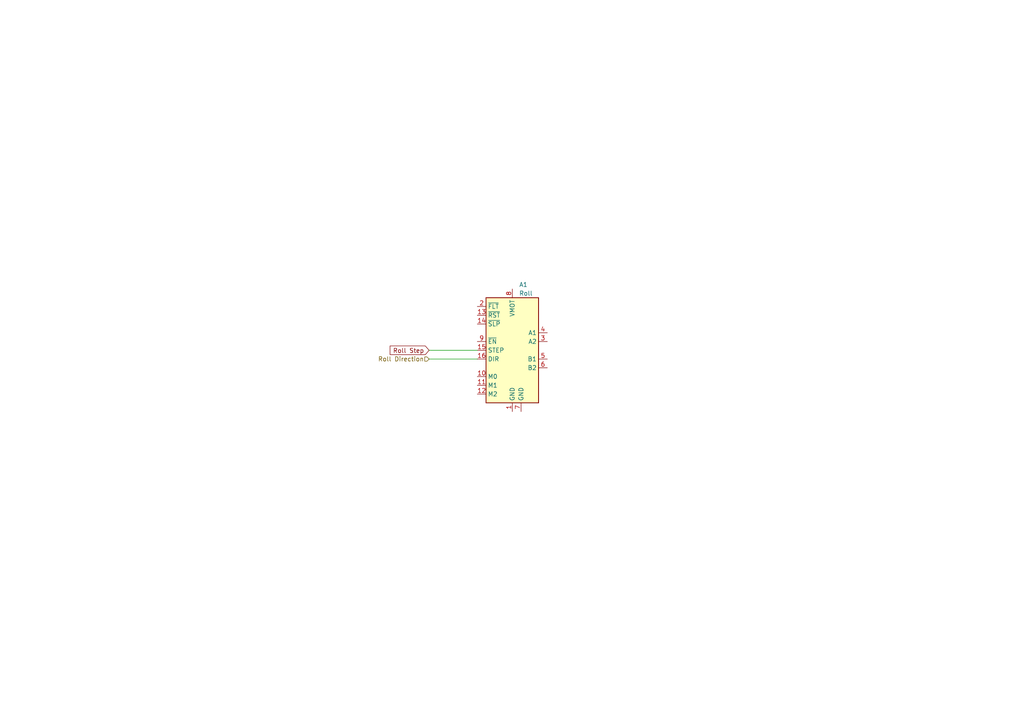
<source format=kicad_sch>
(kicad_sch (version 20230121) (generator eeschema)
  (paper "A4")
  (title_block (title "Self-Stabilize Shield Module") (date "2024-08-06") (rev "1.0") (company "Emerson Kazuyoshi Kaneda") (comment 1 "Universidade Tecnológica Federal do Paraná (UTFPR)") (comment 2 "Instituto Politécnico de Bragança (IPB)") (comment 3 "Centro de Digitalização de Robótica Inteligente (CeDRI)"))
  (lib_symbols
    (symbol "Driver_Motor:Pololu_Breakout_DRV8825"
      (property "Reference" "A" (at -2.54 16.51 0))
      (property "Value" "Pololu_Breakout_DRV8825" (at -2.54 13.97 0))
      (symbol "Pololu_Breakout_DRV8825_0_1"
        (rectangle (start 7.62 -17.78) (end -7.62 12.7) (stroke (width 0.254)) (fill (type background)))
      )
      (symbol "Pololu_Breakout_DRV8825_1_1"
        (pin power_in line (at 0 -20.32 90) (length 2.54) (name "GND") (number "1"))
        (pin input line (at -10.16 -10.16 0) (length 2.54) (name "M0") (number "10"))
        (pin input line (at -10.16 -12.7 0) (length 2.54) (name "M1") (number "11"))
        (pin input line (at -10.16 -15.24 0) (length 2.54) (name "M2") (number "12"))
        (pin input line (at -10.16 7.62 0) (length 2.54) (name "~{RST}") (number "13"))
        (pin input line (at -10.16 5.08 0) (length 2.54) (name "~{SLP}") (number "14"))
        (pin input line (at -10.16 -2.54 0) (length 2.54) (name "STEP") (number "15"))
        (pin input line (at -10.16 -5.08 0) (length 2.54) (name "DIR") (number "16"))
        (pin output line (at -10.16 10.16 0) (length 2.54) (name "~{FLT}") (number "2"))
        (pin output line (at 10.16 0 180) (length 2.54) (name "A2") (number "3"))
        (pin output line (at 10.16 2.54 180) (length 2.54) (name "A1") (number "4"))
        (pin output line (at 10.16 -5.08 180) (length 2.54) (name "B1") (number "5"))
        (pin output line (at 10.16 -7.62 180) (length 2.54) (name "B2") (number "6"))
        (pin power_in line (at 2.54 -20.32 90) (length 2.54) (name "GND") (number "7"))
        (pin power_in line (at 0 15.24 270) (length 2.54) (name "VMOT") (number "8"))
        (pin input line (at -10.16 0 0) (length 2.54) (name "~{EN}") (number "9"))
      )
    )
  )
  (wire (pts (xy 124.46 101.6) (xy 138.43 101.6)))
  (wire (pts (xy 124.46 104.14) (xy 138.43 104.14)))
  (global_label "Roll Step" (shape input) (at 124.46 101.6 180) (property "Intersheetrefs" "${INTERSHEET_REFS}" (effects hide)))
  (hierarchical_label "Roll Direction" (shape input) (at 124.46 104.14 180))
  (symbol (lib_id "Driver_Motor:Pololu_Breakout_DRV8825") (at 148.59 99.06 0) (unit 1)
    (property "Reference" "A1" (at 150.5459 82.55 0) (effects (justify left)))
    (property "Value" "Roll" (at 150.5459 85.09 0) (effects (justify left)))
    (property "Footprint" "Module:Pololu_Breakout-16_15.2x20.3mm" (effects hide))
    (property "Datasheet" "https://www.pololu.com/product/2982" (effects hide))
  )
)
</source>
